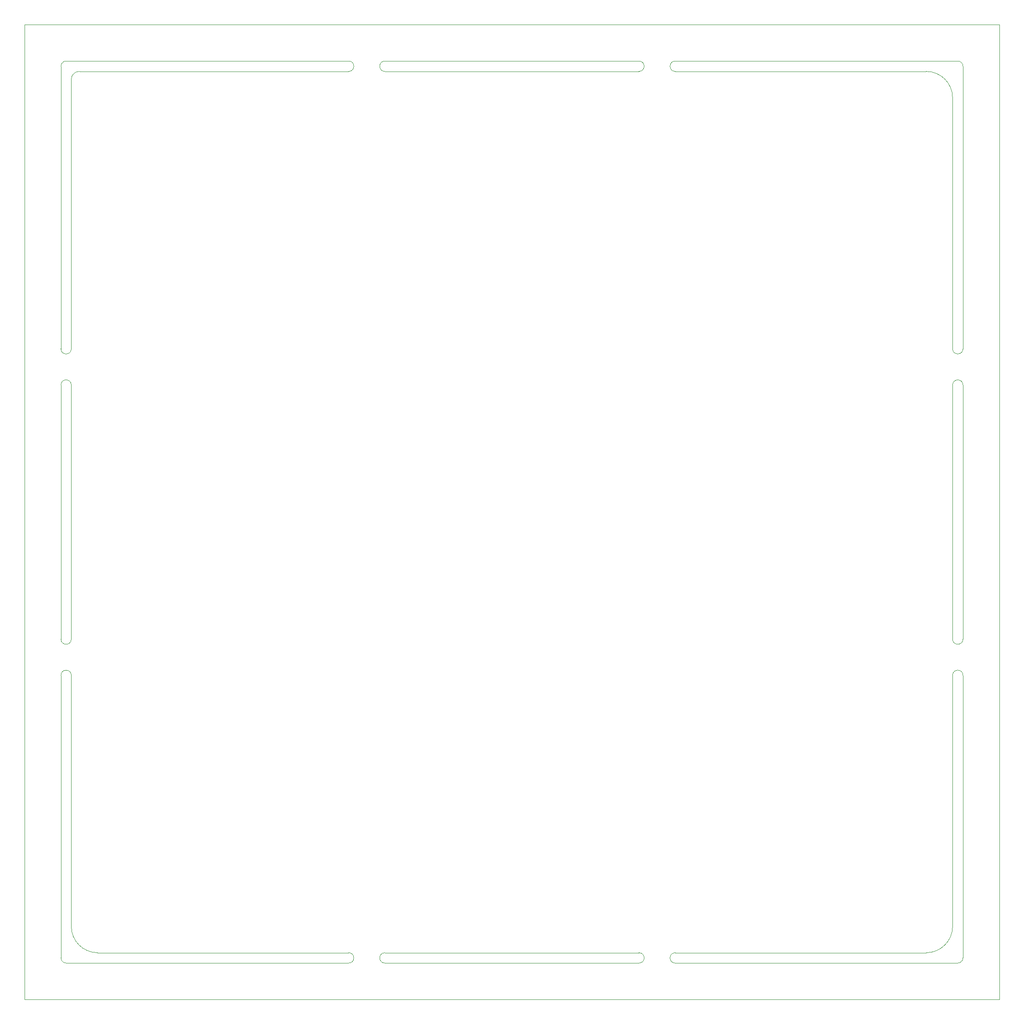
<source format=gm1>
G04 #@! TF.GenerationSoftware,KiCad,Pcbnew,8.0.6*
G04 #@! TF.CreationDate,2025-01-15T23:32:19+01:00*
G04 #@! TF.ProjectId,ITX-Llama,4954582d-4c6c-4616-9d61-2e6b69636164,F*
G04 #@! TF.SameCoordinates,Original*
G04 #@! TF.FileFunction,Profile,NP*
%FSLAX46Y46*%
G04 Gerber Fmt 4.6, Leading zero omitted, Abs format (unit mm)*
G04 Created by KiCad (PCBNEW 8.0.6) date 2025-01-15 23:32:19*
%MOMM*%
%LPD*%
G01*
G04 APERTURE LIST*
G04 #@! TA.AperFunction,Profile*
%ADD10C,0.100000*%
G04 #@! TD*
G04 APERTURE END LIST*
D10*
X1000000Y-1000000D02*
X189000000Y-1000000D01*
X1000000Y-189000000D02*
X1000000Y-1000000D01*
X8000000Y-9000000D02*
X8000000Y-63500000D01*
X8000000Y-70500000D02*
X8000000Y-119500000D01*
X8000000Y-126500000D02*
X8000000Y-181000000D01*
X10000000Y-63500000D02*
X10000000Y-11530000D01*
X10000000Y-119500000D02*
X10000000Y-70500000D01*
X10000000Y-174920000D02*
X10000000Y-126500000D01*
X15080000Y-180000000D02*
X63500000Y-180000000D01*
X63500000Y-8000000D02*
X9000000Y-8000000D01*
X63500000Y-10000000D02*
X11530000Y-10000000D01*
X63500000Y-182000000D02*
X9000000Y-182000000D01*
X70500000Y-8000000D02*
X119500000Y-8000000D01*
X70500000Y-10000000D02*
X119500000Y-10000000D01*
X70500000Y-180000000D02*
X119500000Y-180000000D01*
X70500000Y-182000000D02*
X119500000Y-182000000D01*
X126500000Y-10000000D02*
X174920000Y-10000000D01*
X126500000Y-180000000D02*
X174920000Y-180000000D01*
X180000000Y-63500000D02*
X180000000Y-15080000D01*
X180000000Y-70500000D02*
X180000000Y-119500000D01*
X180000000Y-126500000D02*
X180000000Y-174920000D01*
X181000000Y-8000000D02*
X126500000Y-8000000D01*
X181000000Y-182000000D02*
X126500000Y-182000000D01*
X182000000Y-63500000D02*
X182000000Y-9000000D01*
X182000000Y-70500000D02*
X182000000Y-119500000D01*
X182000000Y-181000000D02*
X182000000Y-126500000D01*
X189000000Y-1000000D02*
X189000000Y-189000000D01*
X189000000Y-189000000D02*
X1000000Y-189000000D01*
X8000000Y-9000000D02*
G75*
G02*
X9000000Y-8000000I999999J1D01*
G01*
X8000000Y-70500000D02*
G75*
G02*
X10000000Y-70500000I1000000J0D01*
G01*
X8000000Y-126500000D02*
G75*
G02*
X10000000Y-126500000I1000000J0D01*
G01*
X9000000Y-182000000D02*
G75*
G02*
X8000000Y-181000000I-1J999999D01*
G01*
X10000000Y-11530000D02*
G75*
G02*
X11530000Y-10000000I1530000J0D01*
G01*
X10000000Y-63500000D02*
G75*
G02*
X8000000Y-63500000I-1000000J0D01*
G01*
X10000000Y-119500000D02*
G75*
G02*
X8000000Y-119500000I-1000000J0D01*
G01*
X15080000Y-180000000D02*
G75*
G02*
X10000000Y-174920000I0J5080000D01*
G01*
X63500000Y-8000000D02*
G75*
G02*
X63500000Y-10000000I0J-1000000D01*
G01*
X63500000Y-180000000D02*
G75*
G02*
X63500000Y-182000000I0J-1000000D01*
G01*
X70500000Y-10000000D02*
G75*
G02*
X70500000Y-8000000I0J1000000D01*
G01*
X70500000Y-182000000D02*
G75*
G02*
X70500000Y-180000000I0J1000000D01*
G01*
X119500000Y-8000000D02*
G75*
G02*
X119500000Y-10000000I0J-1000000D01*
G01*
X119500000Y-180000000D02*
G75*
G02*
X119500000Y-182000000I0J-1000000D01*
G01*
X126500000Y-10000000D02*
G75*
G02*
X126500000Y-8000000I0J1000000D01*
G01*
X126500000Y-182000000D02*
G75*
G02*
X126500000Y-180000000I0J1000000D01*
G01*
X174920000Y-10000000D02*
G75*
G02*
X180000000Y-15080000I0J-5080000D01*
G01*
X180000000Y-70500000D02*
G75*
G02*
X182000000Y-70500000I1000000J0D01*
G01*
X180000000Y-126500000D02*
G75*
G02*
X182000000Y-126500000I1000000J0D01*
G01*
X180000000Y-174920000D02*
G75*
G02*
X174920000Y-180000000I-5080000J0D01*
G01*
X181000000Y-8000000D02*
G75*
G02*
X182000000Y-9000000I0J-1000000D01*
G01*
X182000000Y-63500000D02*
G75*
G02*
X180000000Y-63500000I-1000000J0D01*
G01*
X182000000Y-119500000D02*
G75*
G02*
X180000000Y-119500000I-1000000J0D01*
G01*
X182000000Y-181000000D02*
G75*
G02*
X181000000Y-182000000I-1000000J0D01*
G01*
M02*

</source>
